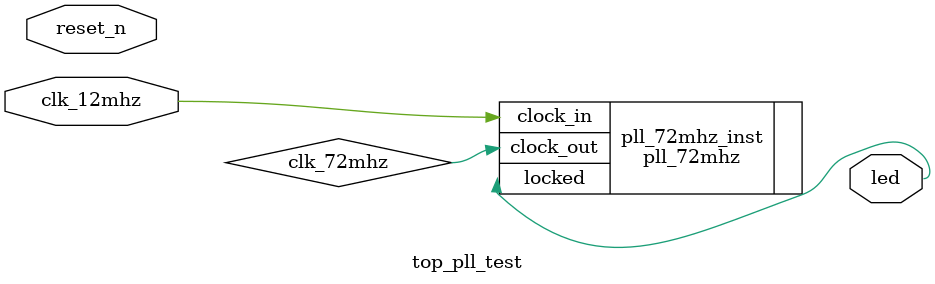
<source format=v>
/*
*****************************
* MODULE : top_pll_test
*
* This module tests the instantiation
* of a pll module that was created
* using the iCEcube2 "configure PLL Module"
* wizard.  Will the open source tools
* yosys and arachne-pnr be able to handle it?
* Lets find out.
*
* Target Board: iCE40HX-8K Breakout Board.
*
* Author : Brandon Bloodget
* Create Date : 10/12/2018
*
*****************************
*/

// Force error when implicit net has no type.
`default_nettype none

module top_pll_test
(
    input wire clk_12mhz,
    input wire reset_n,

    output wire led
);

/*
*****************************
* Signals
*****************************
*/

wire clk_72mhz;

/*
*****************************
* Instantiations
*****************************
*/

pll_72mhz pll_72mhz_inst (
    .clock_in(clk_12mhz),
    .clock_out(clk_72mhz),
    .locked(led)
);


endmodule


</source>
